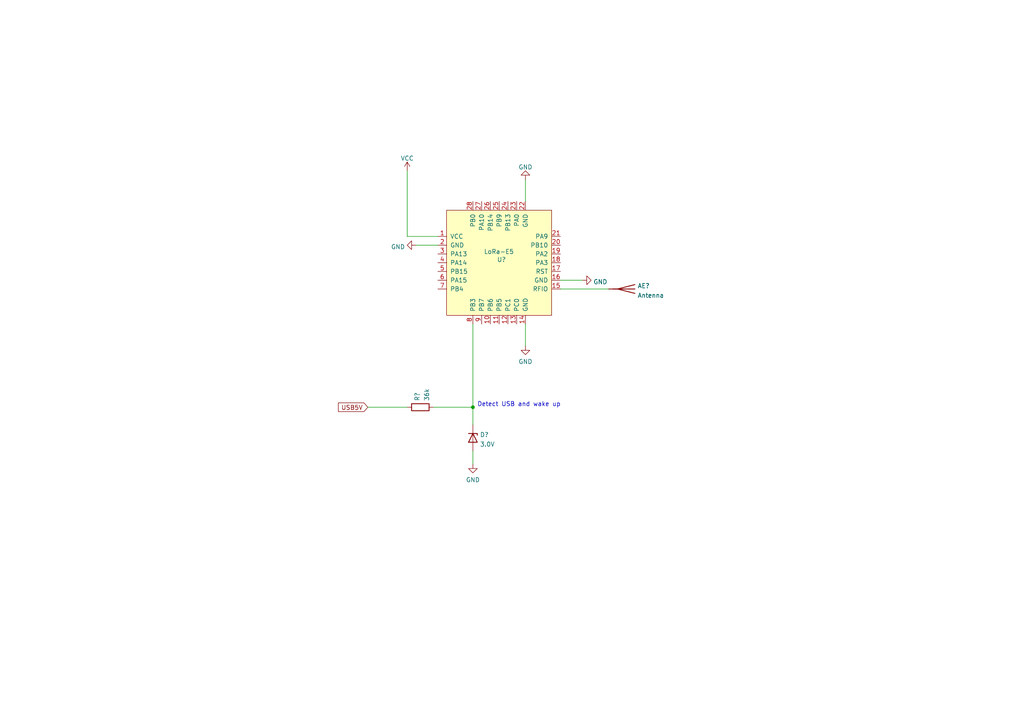
<source format=kicad_sch>
(kicad_sch (version 20210621) (generator eeschema)
  (paper "A4")
  (title_block (company "University of Central Florida") (comment 1 "Randy Alvarez") (comment 2 "Parke Benjamin"))
  (lib_symbols
    (symbol "Device:Antenna" (pin_numbers hide) (pin_names (offset 1.016) hide)
      (property "Reference" "AE" (at -1.905 1.905 0))
      (property "Value" "Antenna" (at -1.905 0 0))
      (symbol "Antenna_0_1"
        (polyline (pts (xy 0 2.54) (xy 0 -3.81)) (stroke (width 0.254)))
        (polyline (pts (xy 1.27 2.54) (xy 0 -2.54) (xy -1.27 2.54)) (stroke (width 0.254)))
      )
      (symbol "Antenna_1_1"
        (pin input line (at 0 -5.08 90) (length 2.54) (name "A") (number "1"))
      )
    )
    (symbol "Device:D_Zener" (pin_numbers hide) (pin_names (offset 1.016) hide)
      (property "Reference" "D" (at 0 2.54 0))
      (property "Value" "D_Zener" (at 0 -2.54 0))
      (symbol "D_Zener_0_1"
        (polyline (pts (xy 1.27 0) (xy -1.27 0)))
        (polyline (pts (xy -1.27 -1.27) (xy -1.27 1.27) (xy -0.762 1.27)) (stroke (width 0.254)))
        (polyline (pts (xy 1.27 -1.27) (xy 1.27 1.27) (xy -1.27 0) (xy 1.27 -1.27)) (stroke (width 0.254)))
      )
      (symbol "D_Zener_1_1"
        (pin passive line (at -3.81 0 0) (length 2.54) (name "K") (number "1"))
        (pin passive line (at 3.81 0 180) (length 2.54) (name "A") (number "2"))
      )
    )
    (symbol "Device:R" (pin_numbers hide) (pin_names (offset 0))
      (property "Reference" "R" (at 2.032 0 90))
      (property "Value" "R" (at 0 0 90))
      (symbol "R_0_1"
        (rectangle (start -1.016 -2.54) (end 1.016 2.54) (stroke (width 0.254)))
      )
      (symbol "R_1_1"
        (pin passive line (at 0 3.81 270) (length 1.27) (name "~") (number "1"))
        (pin passive line (at 0 -3.81 90) (length 1.27) (name "~") (number "2"))
      )
    )
    (symbol "LoRa-E5:LoRa-E5" (pin_names (offset 1.016))
      (property "Reference" "U" (at 0 0 0))
      (property "Value" "LoRa-E5" (at 0 2.54 0))
      (symbol "LoRa-E5_0_1"
        (rectangle (start -15.24 15.24) (end 15.24 -15.24) (fill (type background)))
      )
      (symbol "LoRa-E5_1_1"
        (pin input line (at -17.78 7.62 0) (length 2.54) (name "VCC") (number "1"))
        (pin input line (at -2.54 -17.78 90) (length 2.54) (name "PB6") (number "10"))
        (pin input line (at 0 -17.78 90) (length 2.54) (name "PB5") (number "11"))
        (pin input line (at 2.54 -17.78 90) (length 2.54) (name "PC1") (number "12"))
        (pin input line (at 5.08 -17.78 90) (length 2.54) (name "PC0") (number "13"))
        (pin input line (at 7.62 -17.78 90) (length 2.54) (name "GND") (number "14"))
        (pin input line (at 17.78 -7.62 180) (length 2.54) (name "RFIO") (number "15"))
        (pin input line (at 17.78 -5.08 180) (length 2.54) (name "GND") (number "16"))
        (pin input line (at 17.78 -2.54 180) (length 2.54) (name "RST") (number "17"))
        (pin input line (at 17.78 0 180) (length 2.54) (name "PA3") (number "18"))
        (pin input line (at 17.78 2.54 180) (length 2.54) (name "PA2") (number "19"))
        (pin input line (at -17.78 5.08 0) (length 2.54) (name "GND") (number "2"))
        (pin input line (at 17.78 5.08 180) (length 2.54) (name "PB10") (number "20"))
        (pin input line (at 17.78 7.62 180) (length 2.54) (name "PA9") (number "21"))
        (pin input line (at 7.62 17.78 270) (length 2.54) (name "GND") (number "22"))
        (pin input line (at 5.08 17.78 270) (length 2.54) (name "PA0") (number "23"))
        (pin input line (at 2.54 17.78 270) (length 2.54) (name "PB13~{}") (number "24"))
        (pin input line (at 0 17.78 270) (length 2.54) (name "PB9") (number "25"))
        (pin input line (at -2.54 17.78 270) (length 2.54) (name "PB14") (number "26"))
        (pin input line (at -5.08 17.78 270) (length 2.54) (name "PA10") (number "27"))
        (pin input line (at -7.62 17.78 270) (length 2.54) (name "PB0") (number "28"))
        (pin input line (at -17.78 2.54 0) (length 2.54) (name "PA13") (number "3"))
        (pin input line (at -17.78 0 0) (length 2.54) (name "PA14") (number "4"))
        (pin input line (at -17.78 -2.54 0) (length 2.54) (name "PB15") (number "5"))
        (pin input line (at -17.78 -5.08 0) (length 2.54) (name "PA15") (number "6"))
        (pin input line (at -17.78 -7.62 0) (length 2.54) (name "PB4") (number "7"))
        (pin input line (at -7.62 -17.78 90) (length 2.54) (name "PB3") (number "8"))
        (pin input line (at -5.08 -17.78 90) (length 2.54) (name "PB7") (number "9"))
      )
    )
    (symbol "power:GND" (power) (pin_names (offset 0))
      (property "Value" "GND" (at 0 -3.81 0))
      (symbol "GND_0_1"
        (polyline (pts (xy 0 0) (xy 0 -1.27) (xy 1.27 -1.27) (xy 0 -2.54) (xy -1.27 -1.27) (xy 0 -1.27)))
      )
      (symbol "GND_1_1"
        (pin power_in line (at 0 0 270) (length 0) hide (name "GND") (number "1"))
      )
    )
    (symbol "power:VCC" (power) (pin_names (offset 0))
      (property "Value" "VCC" (at 0 3.81 0))
      (symbol "VCC_0_1"
        (polyline (pts (xy -0.762 1.27) (xy 0 2.54)))
        (polyline (pts (xy 0 0) (xy 0 2.54)))
        (polyline (pts (xy 0 2.54) (xy 0.762 1.27)))
      )
      (symbol "VCC_1_1"
        (pin power_in line (at 0 0 90) (length 0) hide (name "VCC") (number "1"))
      )
    )
  )
  (junction (at 137.16 118.11))
  (wire (pts (xy 125.73 118.11) (xy 137.16 118.11)))
  (wire (pts (xy 127 68.58) (xy 118.11 68.58)))
  (wire (pts (xy 162.56 81.28) (xy 168.91 81.28)))
  (wire (pts (xy 152.4 93.98) (xy 152.4 100.33)))
  (wire (pts (xy 118.11 49.53) (xy 118.11 68.58)))
  (wire (pts (xy 137.16 134.62) (xy 137.16 130.81)))
  (wire (pts (xy 137.16 123.19) (xy 137.16 118.11)))
  (wire (pts (xy 137.16 93.98) (xy 137.16 118.11)))
  (wire (pts (xy 118.11 118.11) (xy 106.68 118.11)))
  (wire (pts (xy 152.4 58.42) (xy 152.4 52.07)))
  (wire (pts (xy 162.56 83.82) (xy 176.53 83.82)))
  (wire (pts (xy 127 71.12) (xy 120.65 71.12)))
  (text "Detect USB and wake up" (at 138.43 118.11 0) (effects (font (size 1.27 1.27)) (justify left bottom)))
  (global_label "USB5V" (shape input) (at 106.68 118.11 180) (property "Intersheet References" "${INTERSHEET_REFS}" (effects hide)))
  (symbol (lib_id "power:GND") (at 120.65 71.12 270) (unit 1)
    (property "Reference" "#PWR?" (effects hide))
    (property "Value" "GND" (at 117.475 71.599 90) (effects (justify right)))
  )
  (symbol (lib_id "power:VCC") (at 118.11 49.53 0) (unit 1)
    (property "Reference" "#PWR?" (effects hide))
    (property "Value" "VCC" (at 118.11 45.9255 0))
  )
  (symbol (lib_id "LoRa-E5:LoRa-E5") (at 144.78 76.2 0) (unit 1)
    (property "Reference" "U?" (at 144.1451 75.2915 0) (effects (justify left)))
    (property "Value" "LoRa-E5" (at 140.3351 72.9866 0) (effects (justify left)))
  )
  (symbol (lib_id "Device:R") (at 121.92 118.11 90) (unit 1)
    (property "Reference" "R?" (at 121.0115 116.332 0) (effects (justify left)))
    (property "Value" "36k" (at 123.7866 116.332 0) (effects (justify left)))
  )
  (symbol (lib_id "power:GND") (at 152.4 100.33 0) (unit 1)
    (property "Reference" "#PWR?" (effects hide))
    (property "Value" "GND" (at 152.4 104.8924 0))
  )
  (symbol (lib_id "power:GND") (at 137.16 134.62 0) (unit 1)
    (property "Reference" "#PWR?" (effects hide))
    (property "Value" "GND" (at 137.16 139.1824 0))
  )
  (symbol (lib_id "power:GND") (at 168.91 81.28 90) (unit 1)
    (property "Reference" "#PWR?" (effects hide))
    (property "Value" "GND" (at 172.085 81.759 90) (effects (justify right)))
  )
  (symbol (lib_id "power:GND") (at 152.4 52.07 180) (unit 1)
    (property "Reference" "#PWR?" (effects hide))
    (property "Value" "GND" (at 152.4 48.4655 0))
  )
  (symbol (lib_id "Device:Antenna") (at 181.61 83.82 270) (unit 1)
    (property "Reference" "AE?" (at 184.9119 82.9115 90) (effects (justify left)))
    (property "Value" "Antenna" (at 184.9119 85.6866 90) (effects (justify left)))
  )
  (symbol (lib_id "Device:D_Zener") (at 137.16 127 270) (unit 1)
    (property "Reference" "D?" (at 139.192 126.0915 90) (effects (justify left)))
    (property "Value" "3.0V" (at 139.192 128.8666 90) (effects (justify left)))
  )
)
</source>
